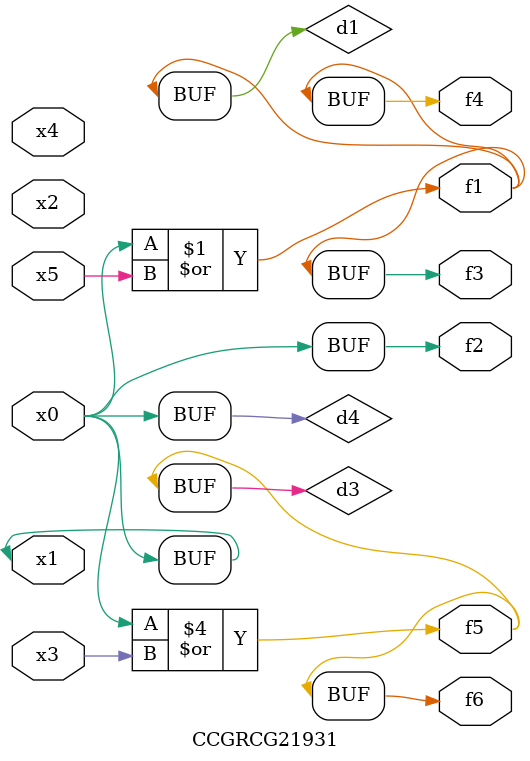
<source format=v>
module CCGRCG21931(
	input x0, x1, x2, x3, x4, x5,
	output f1, f2, f3, f4, f5, f6
);

	wire d1, d2, d3, d4;

	or (d1, x0, x5);
	xnor (d2, x1, x4);
	or (d3, x0, x3);
	buf (d4, x0, x1);
	assign f1 = d1;
	assign f2 = d4;
	assign f3 = d1;
	assign f4 = d1;
	assign f5 = d3;
	assign f6 = d3;
endmodule

</source>
